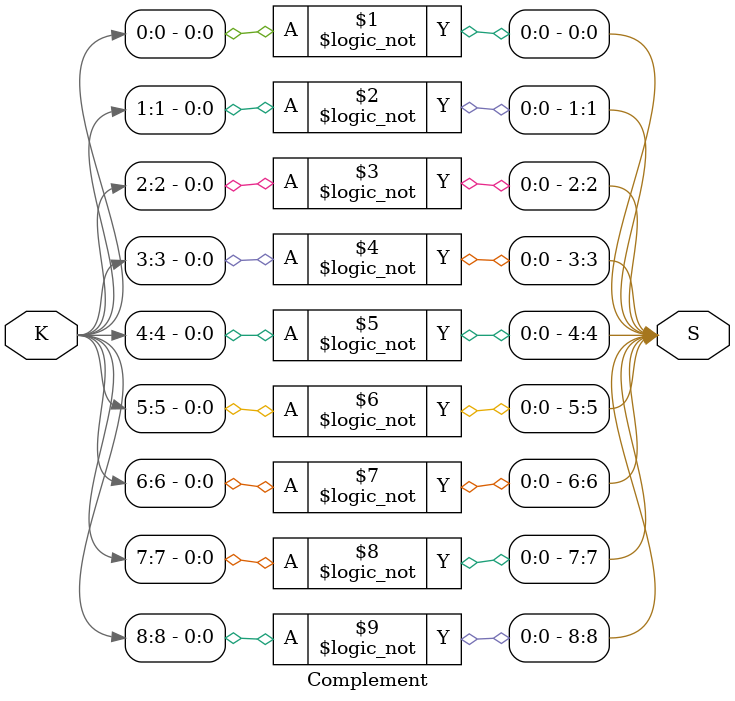
<source format=v>
`timescale 1ns / 1ps
module data_memory( 
input reset,
input clk,
input [19:0] instruction,
output [8:0] reg1,//9-bit register
output [8:0] reg2,
output [8:0] reg3,
output [8:0] reg4,
output z_flag
); 
reg [8:0] register [3:0];
assign reg1 = register[0];
assign reg2 = register[1];
assign reg3 = register[2];
assign reg4 = register[3];
//declare wire
wire signed [7:0]  p1;
wire signed [7:0]  p2;
wire  [3:0]   control;
//assign zero_flag
assign z_flag = (register[p1]==0)? 1:0;
assign control = instruction [19:16] ;
assign p1 = instruction [15:8] ;
assign p2 = instruction [7:0] ;
//wire declared
wire [8:0] add_total;
wire [8:0] add1_total;
wire [8:0] sub_total;
wire [8:0] sub1_total;
wire Add_ca;//addition carry
wire Add1_ca;
wire Sub_ca;//subtract carry
wire Sub1_ca;
reg consequence;//to store 
//declare function
addition add(
	.a(register[p1][7:0]),
	.b(register[p2][7:0]),
	.sum(add_total), 
	.carryout(Add_ca)
	);
addition addition(		
	.a(register[p1][7:0]),
	.b(p2),
	.sum(add1_total), 
	.carryout(Add1_ca)
	);
subtract sub(
	.a(register[p1][7:0]),
	.b(register[p2][7:0]),
	.sum(sub_total), 
	.carryout(Sub_ca)
	);
subtract subi(		
	.a(register[p1][7:0]),
	.b(p2),
	.sum(sub1_total), 
	.carryout(Sub1_ca)
	);
//important part
always @( posedge clk )
	if(reset) begin
		register[0] <= 0;
		register[1] <= 0;
		register[2] <= 0;	
		register[3] <= 0;
		consequence <= 0;
	end 
	else begin
		case(control)//op_code
			4'b0000:	
					consequence <= 0;
			4'b0010:	
	    			register[p1] <= {Add_ca,add_total};     
			4'b0011:	
	                register[p1] <= {Add1_ca,add1_total}; 
			4'b0100:	
					register[p1] <= {Sub_ca,sub_total};
			4'b0101:	
	                register[p1] <= {Sub1_ca,sub1_total}; 	
			4'b1110:	
	                register[p1] <= register[p1] & register[p2];//logical operator
			4'b1100:	
	    			register[p1] <= register[p1] | register[p2];
			4'b1010:	
	                register[p1] <= register[p1] ^ register[p2];
			4'b1000:	
	                register[p1] <= ~(register[p1]);
			default:
					consequence <= 0;
		endcase
end
endmodule
////////////////////////////////////////////////////////////////////
//doing minus

//fulladder derive from lab1
module subtract(a, b, sum, carryout);
	input [7:0] a, b;
	output [8:0] sum;
	output carryout;
	wire [8:0] x;
	wire cin, z;
	assign x = 9'd1;
	assign cin = 1'b0;
	wire [8:0]ta, tb, tc, td;
	assign ta[0] = a[0];
	assign ta[1] = a[1];
	assign ta[2] = a[2];
	assign ta[3] = a[3];
	assign ta[4] = a[4];
	assign ta[5] = a[5];
	assign ta[6] = a[6];
	assign ta[7] = a[7];
	assign ta[8] = a[7];

	assign tb[0] = b[0];
	assign tb[1] = b[1];
	assign tb[2] = b[2];
	assign tb[3] = b[3];
	assign tb[4] = b[4];
	assign tb[5] = b[5];
	assign tb[6] = b[6];
	assign tb[7] = b[7];
	assign tb[8] = b[7];
	Complement number (.K(tb), .S(tc));	
	//1¸É¼Æ
	FullAdder fa(.A(tc), .B(x), .Cin(cin), .S(td), .Cout(z));  
	//2¸É¼Æ
	FullAdder sum1(.A(ta), .B(td), .Cin(cin), .S(sum), .Cout(carryout));
endmodule
//////////////////////////////////////////////////////////////////////////
module addition(a, b, sum, carryout);
//declare
	input [7:0] a, b;
	output [8:0] sum;
	output carryout;
	wire cin;
	assign cin = 1'b0;

	wire [8:0]ua, ub, tc, td;
	assign ua[0] = a[0];
	assign ua[1] = a[1];
	assign ua[2] = a[2];
	assign ua[3] = a[3];
	assign ua[4] = a[4];
	assign ua[5] = a[5];
	assign ua[6] = a[6];
	assign ua[7] = a[7];
	assign ua[8] = a[7];

	assign ub[0] = b[0];
	assign ub[1] = b[1];
	assign ub[2] = b[2];
	assign ub[3] = b[3];
	assign ub[4] = b[4];
	assign ub[5] = b[5];
	assign ub[6] = b[6];
	assign ub[7] = b[7];
	assign ub[8] = b[7];

	FullAdder sum2(.A(ua), .B(ub), .Cin(cin), .S(sum), .Cout(carryout));
endmodule
////////////////////////////////////////////////////////////////////////////////
module FullAdder(A, B, Cin, S, Cout);
	input [8:0] A, B;
	input Cin;
	output [8:0] S;
	output Cout;
	wire [7:0] tt;

	FA_1bit FA0(.A(A[0]), .B(B[0]), .Cin(Cin), .S(S[0]), .Cout(tt[0]));
	FA_1bit FA1(.A(A[1]), .B(B[1]), .Cin(tt[0]), .S(S[1]), .Cout(tt[1]));
	FA_1bit FA2(.A(A[2]), .B(B[2]), .Cin(tt[1]), .S(S[2]), .Cout(tt[2]));
	FA_1bit FA3(.A(A[3]), .B(B[3]), .Cin(tt[2]), .S(S[3]), .Cout(tt[3]));
	FA_1bit FA4(.A(A[4]), .B(B[4]), .Cin(tt[3]), .S(S[4]), .Cout(tt[4]));
	FA_1bit FA5(.A(A[5]), .B(B[5]), .Cin(tt[4]), .S(S[5]), .Cout(tt[5]));
	FA_1bit FA6(.A(A[6]), .B(B[6]), .Cin(tt[5]), .S(S[6]), .Cout(tt[6]));
	FA_1bit FA7(.A(A[7]), .B(B[7]), .Cin(tt[6]), .S(S[7]), .Cout(tt[7]));
	FA_1bit FA8(.A(A[8]), .B(B[8]), .Cin(tt[7]), .S(S[8]), .Cout(Cout));

endmodule

/////////////////////////////////////////////1-bit
module FA_1bit(A, B, Cin, S, Cout);
	input A, B, Cin;
	output S, Cout;
	assign S = Cin ^ A ^ B;
	assign Cout = (A & B) | (Cin & B) | (Cin & A);
	
endmodule

////////////////////////////complement
module Complement(K, S);
input [8:0]K;
output [8:0]S;
assign S[0] = !K[0];
assign S[1] = !K[1];
assign S[2] = !K[2];
assign S[3] = !K[3];
assign S[4] = !K[4];
assign S[5] = !K[5];
assign S[6] = !K[6];
assign S[7] = !K[7];
assign S[8] = !K[8];
endmodule 


</source>
